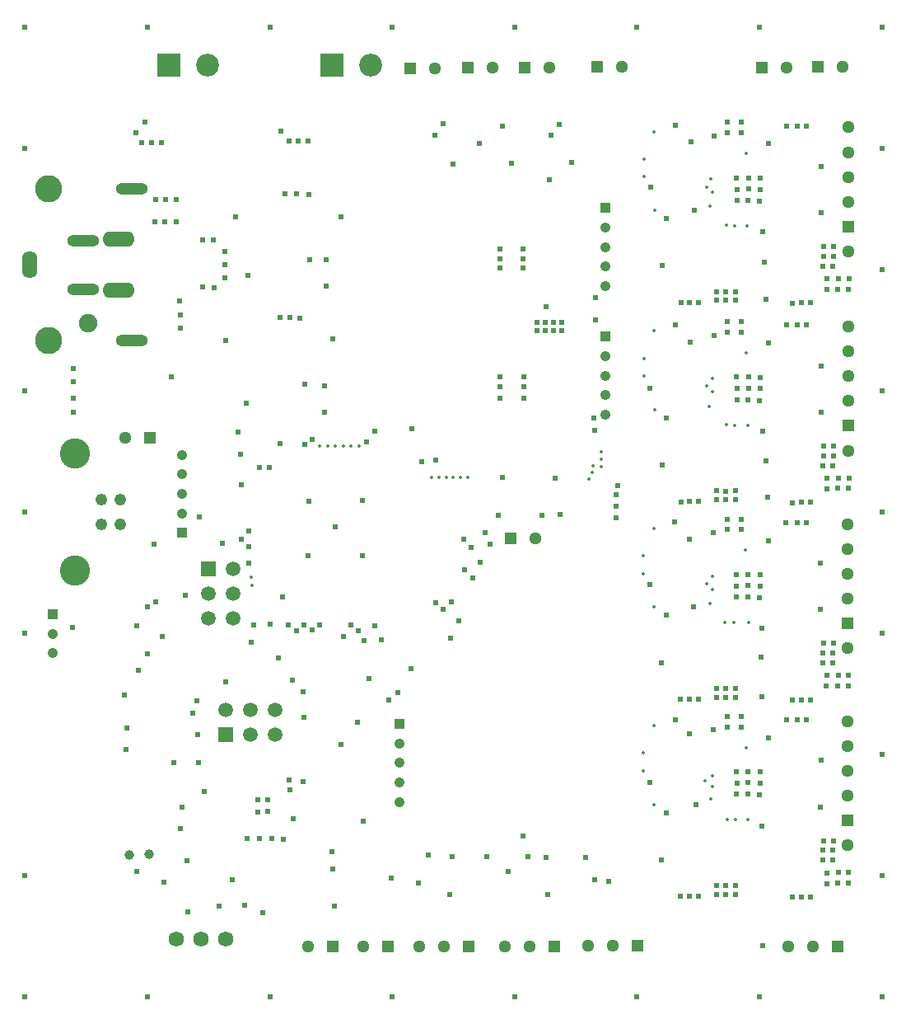
<source format=gbr>
G04 DipTrace 2.4.0.1*
%INBottomPaste.gbr*%
%MOIN*%
%ADD44R,0.0591X0.0591*%
%ADD46C,0.0591*%
%ADD115C,0.014*%
%ADD116C,0.024*%
%ADD156C,0.0392*%
%ADD174C,0.0412*%
%ADD176C,0.0412*%
%ADD178R,0.0412X0.0412*%
%ADD202C,0.0625*%
%ADD204C,0.092*%
%ADD208R,0.092X0.092*%
%ADD210C,0.0511*%
%ADD211C,0.0511*%
%ADD213R,0.0511X0.0511*%
%ADD217C,0.1219*%
%ADD221C,0.0479*%
%ADD224C,0.0747*%
%ADD228C,0.1101*%
%ADD230O,0.1298X0.0629*%
%ADD233O,0.1298X0.0471*%
%ADD237O,0.0629X0.1101*%
%FSLAX44Y44*%
G04*
G70*
G90*
G75*
G01*
%LNBotPaste*%
%LPD*%
D116*
X4493Y10413D3*
X5000Y13610D3*
X7420Y9880D3*
X6330Y25480D3*
X19960Y5480D3*
X23460Y5130D3*
X19960Y5480D3*
X17040Y16340D3*
X24325Y19775D3*
Y20225D3*
X17350Y16080D3*
X18830Y17975D3*
X6020Y5050D3*
X6900Y16650D3*
X9460Y17950D3*
X11700Y11720D3*
X11660Y12750D3*
X4430Y12590D3*
X10830Y16570D3*
X17700Y6080D3*
X18200Y17660D3*
X17980Y15620D3*
X8940Y31950D3*
X17610Y4540D3*
X18550Y17350D3*
X17680Y16380D3*
X8525Y26925D3*
X6700Y7200D3*
X6760Y8060D3*
X5360Y14280D3*
X7371Y12359D3*
X23500Y27770D3*
X16475Y22045D3*
X23490Y28660D3*
X23470Y23310D3*
X17050Y22120D3*
X23450Y23790D3*
X24325Y20700D3*
X24395Y21080D3*
X2370Y25820D3*
Y25280D3*
X4930Y15390D3*
X30170Y33510D3*
Y33050D3*
X30150Y32580D3*
X29690Y33080D3*
Y33520D3*
X29680Y32610D3*
X29220D3*
X29230Y33050D3*
X29210Y33520D3*
D115*
X28810Y31590D3*
X29150Y31580D3*
X29650D3*
X28130Y32380D3*
X28240Y32940D3*
X28000Y33150D3*
X28180Y33460D3*
X29590Y34500D3*
D116*
X30500Y34890D3*
X28290Y35210D3*
X32630Y33980D3*
X32620Y32100D3*
X30260Y31340D3*
X28410Y28560D3*
Y28920D3*
X29180D3*
X28770Y28560D3*
Y28910D3*
X29180Y28560D3*
X29400Y35330D3*
X28850D3*
X29400Y35760D3*
X28850D3*
X32040Y35620D3*
X31670D3*
X31230D3*
X26730Y35630D3*
D115*
X25893Y32195D3*
X25453Y33555D3*
Y34275D3*
X25873Y35385D3*
D116*
X26380Y31870D3*
X9890Y6790D3*
X10940Y32880D3*
X11410Y32870D3*
X11900Y32850D3*
X13210Y31950D3*
X11930Y30190D3*
X12610Y30210D3*
X12600Y29150D3*
X9440Y29580D3*
X7610Y31010D3*
X8030D3*
X7590Y29100D3*
X8060Y29080D3*
X8500Y29480D3*
Y30010D3*
Y30530D3*
X10770Y35410D3*
X11100Y35020D3*
X11470Y35010D3*
X11860Y35020D3*
X5140Y34950D3*
X5540D3*
X5930D3*
X4910Y35340D3*
X12550Y25110D3*
Y24040D3*
X11720Y25160D3*
X9370Y24410D3*
X9400Y6790D3*
X10730Y27860D3*
X11130D3*
X11540Y27850D3*
X12870Y27000D3*
X18810Y34890D3*
X19720Y35600D3*
X17340Y35690D3*
X17010Y35250D3*
X22040Y35670D3*
X21700Y35230D3*
X17750Y34080D3*
X20110Y34110D3*
X33133Y30735D3*
X33123Y30345D3*
X33113Y29945D3*
X32733Y30735D3*
X32723Y30345D3*
X32713Y29945D3*
X32883Y29435D3*
X33753Y29445D3*
X33333D3*
X32863Y29005D3*
X33733Y29015D3*
X33313D3*
X31483Y28445D3*
X32213Y28455D3*
X31843D3*
X26953Y28475D3*
X27683Y28485D3*
X27313D3*
X33133Y22675D3*
X26193Y29955D3*
X33123Y22285D3*
X33113Y21885D3*
X32733Y22675D3*
X32723Y22285D3*
X32713Y21885D3*
X32883Y21375D3*
X33753Y21385D3*
X33333D3*
X30170Y25450D3*
Y24990D3*
X30150Y24520D3*
X29690Y25020D3*
Y25460D3*
X29680Y24550D3*
X29220D3*
X29230Y24990D3*
X29210Y25460D3*
D115*
X28800Y23540D3*
X29140Y23510D3*
X29670Y23500D3*
X28090Y24270D3*
X28220Y24860D3*
X28000Y25090D3*
X28240Y25390D3*
X29590Y26440D3*
D116*
X30500Y26830D3*
X28290Y27150D3*
X32630Y25920D3*
X32620Y24040D3*
X30260Y23280D3*
X28410Y20500D3*
Y20860D3*
X29180D3*
X28770Y20500D3*
Y20850D3*
X29180Y20500D3*
X29400Y27270D3*
X28850D3*
X29400Y27700D3*
X28850D3*
X32040Y27560D3*
X31670D3*
X31230D3*
X26730Y27570D3*
D115*
X25893Y24135D3*
X25453Y25495D3*
Y26215D3*
X25873Y27325D3*
D116*
X26380Y23810D3*
X32863Y20945D3*
X33733Y20955D3*
X33313D3*
X31483Y20385D3*
X32213Y20395D3*
X31843D3*
X26953Y20415D3*
X27683Y20425D3*
X27313D3*
X26193Y21895D3*
X33120Y14695D3*
X33110Y14305D3*
X33100Y13905D3*
X32720Y14695D3*
X32710Y14305D3*
X32700Y13905D3*
X32870Y13395D3*
X33740Y13405D3*
X33320D3*
X30157Y17469D3*
Y17009D3*
X30137Y16539D3*
X29677Y17039D3*
Y17479D3*
X29667Y16569D3*
X29207D3*
X29217Y17009D3*
X29197Y17479D3*
D115*
X28750Y15550D3*
X29100Y15540D3*
X29690Y15550D3*
X28130Y16320D3*
X28220Y16870D3*
X27987Y17109D3*
X28220Y17400D3*
X29577Y18459D3*
D116*
X30487Y18849D3*
X28277Y19169D3*
X32617Y17939D3*
X32607Y16059D3*
X30247Y15299D3*
X28397Y12519D3*
Y12879D3*
X29167D3*
X28757Y12519D3*
Y12869D3*
X29167Y12519D3*
X29387Y19289D3*
X28837D3*
X29387Y19719D3*
X28837D3*
X32027Y19579D3*
X31657D3*
X31217D3*
X26717Y19589D3*
D115*
X25880Y16155D3*
X25440Y17515D3*
Y18235D3*
X25860Y19345D3*
D116*
X26367Y15829D3*
X32850Y12965D3*
X33720Y12975D3*
X33300D3*
X31470Y12405D3*
X32200Y12415D3*
X31830D3*
X26940Y12435D3*
X27670Y12445D3*
X27300D3*
X26180Y13915D3*
X33123Y6715D3*
X33113Y6325D3*
X33103Y5925D3*
X32723Y6715D3*
X32713Y6325D3*
X32703Y5925D3*
X32873Y5415D3*
X33743Y5425D3*
X33323D3*
X30160Y9490D3*
Y9030D3*
X30140Y8560D3*
X29680Y9060D3*
Y9500D3*
X29670Y8590D3*
X29210D3*
X29220Y9030D3*
X29200Y9500D3*
D115*
X28840Y7580D3*
X29160Y7560D3*
X29670Y7580D3*
X28170Y8420D3*
X28225Y8900D3*
X27950Y9125D3*
X28225Y9350D3*
X29590Y10470D3*
D116*
X30490Y10870D3*
X28280Y11190D3*
X32620Y9960D3*
X32610Y8080D3*
X30250Y7320D3*
X28400Y4540D3*
Y4900D3*
X29170D3*
X28760Y4540D3*
Y4890D3*
X29170Y4540D3*
X29390Y11310D3*
X28840D3*
X29390Y11740D3*
X28840D3*
X32030Y11600D3*
X31660D3*
X31220D3*
X26720Y11610D3*
D115*
X25883Y8175D3*
X25443Y9535D3*
Y10255D3*
X25863Y11365D3*
D116*
X26370Y7850D3*
X32853Y4985D3*
X33723Y4995D3*
X33303D3*
X31473Y4425D3*
X32203Y4435D3*
X31833D3*
X26943Y4455D3*
X27673Y4465D3*
X27303D3*
X26183Y5935D3*
X22530Y34130D3*
X19625Y30250D3*
X20575D3*
Y29875D3*
X19625D3*
X20575Y30625D3*
X19625D3*
X21625Y33450D3*
X410Y39590D3*
X19100Y6080D3*
X21500Y6025D3*
X10390Y6790D3*
X10880Y6780D3*
X11275Y7600D3*
X11130Y8780D3*
X11680Y9090D3*
X11100Y9180D3*
X9825Y8375D3*
X4520Y11260D3*
X15510Y12700D3*
X15140Y12410D3*
X14850Y14830D3*
X14560Y15410D3*
X14120Y14820D3*
X13900Y15200D3*
X13600Y15425D3*
X13300Y14970D3*
X11700Y15425D3*
X12350D3*
X12025Y15225D3*
X11230Y13220D3*
X14330Y13260D3*
X8540Y13150D3*
X20600Y25475D3*
Y25075D3*
Y24600D3*
X19625Y25475D3*
Y25075D3*
Y24600D3*
X21500Y28300D3*
X21150Y27675D3*
X21475D3*
X21800D3*
X22125D3*
X21150Y27350D3*
X21475D3*
X21800D3*
X22125D3*
X10310Y21820D3*
X9900D3*
X14575Y23275D3*
X10250Y8375D3*
Y7900D3*
X19050Y19175D3*
X18175Y18900D3*
X18475Y18575D3*
X9850Y7875D3*
X10725Y22775D3*
X11725Y22725D3*
X12025Y22950D3*
X14220Y22830D3*
X16070Y23380D3*
X9025Y23250D3*
X9475Y18600D3*
X9180Y18900D3*
X11390Y15200D3*
X11075Y15425D3*
X5375Y16175D3*
X20775Y6070D3*
X16730Y6130D3*
X15225Y5210D3*
X30260Y2460D3*
X24040Y5080D3*
X21555Y4550D3*
X16340Y5020D3*
X13200Y10590D3*
X12850Y6260D3*
X10030Y3800D3*
X12925Y4060D3*
X19560Y19870D3*
X21350Y19875D3*
X19740Y21390D3*
X9675Y15450D3*
X10325Y15475D3*
X9125Y22325D3*
X21860Y21360D3*
X5700Y16360D3*
X5980Y14970D3*
X5640Y18710D3*
X2325Y15350D3*
X23100Y6050D3*
X6990Y3825D3*
X8255Y4075D3*
X9300Y4100D3*
X7410Y11010D3*
X10675Y14100D3*
X9575Y14750D3*
X9180Y21110D3*
X9475Y19250D3*
X7670Y8700D3*
X6675Y28550D3*
X6700Y27975D3*
Y27425D3*
X6100Y32650D3*
X6075Y31725D3*
X6525D3*
Y32650D3*
X5700D3*
X5675Y31725D3*
X410Y410D3*
X35090Y39590D3*
Y410D3*
X4930Y5460D3*
X6970Y5920D3*
X8790Y5140D3*
X13860Y11520D3*
X12870Y5560D3*
X14110Y7490D3*
X6430Y9880D3*
X12960Y19400D3*
X11910Y20430D3*
X14070Y20460D3*
Y18250D3*
X11870Y18230D3*
X410Y5300D3*
Y15100D3*
Y20000D3*
Y24900D3*
Y34690D3*
X35090D3*
Y29790D3*
Y24900D3*
X5360Y39590D3*
X35090Y20000D3*
Y15100D3*
Y10200D3*
Y5310D3*
X10320Y39590D3*
X15270D3*
X20230D3*
X25180D3*
X30130D3*
X5360Y410D3*
X10320D3*
X15270D3*
X20230D3*
X25180D3*
X30130D3*
X20570Y6890D3*
X7210Y11880D3*
X16040Y13680D3*
X17640Y14920D3*
D115*
X16870Y21400D3*
D116*
X19240Y18710D3*
X22080Y19890D3*
X25700Y9070D3*
X27560Y8180D3*
X27300Y11030D3*
X25710Y17060D3*
X27290Y18900D3*
X30250Y12540D3*
X30210Y14130D3*
X27480Y16180D3*
X30460Y20590D3*
X30390Y22080D3*
X25700Y25020D3*
X27340Y26860D3*
X30350Y30100D3*
X30400Y28600D3*
X25720Y33130D3*
X27360Y34970D3*
X27510Y32210D3*
X5260Y35760D3*
X7460Y19800D3*
X8410Y18730D3*
X2370Y24610D3*
Y24040D3*
D115*
X12350Y22670D3*
X12670Y22680D3*
X12980Y22670D3*
X13290D3*
X13610D3*
X13920Y22660D3*
X9560Y17360D3*
X9600Y17030D3*
X17170Y21400D3*
X17460D3*
X18020D3*
X17740D3*
X18320D3*
X23750Y22450D3*
Y22150D3*
X23740Y21850D3*
X23390Y21880D3*
X23380Y21590D3*
X23220Y21340D3*
D237*
X590Y30000D3*
D233*
X2756Y30984D3*
D230*
X4193Y28976D3*
Y31024D3*
D233*
X2756Y29016D3*
D228*
X1378Y26929D3*
Y33071D3*
D233*
X4724Y26929D3*
Y33071D3*
D224*
X2953Y27638D3*
D221*
X4285Y19508D3*
Y20492D3*
X3498D3*
Y19508D3*
D217*
X2431Y22370D3*
Y17630D3*
D213*
X33720Y31550D3*
D210*
Y32550D3*
Y33550D3*
Y34550D3*
D213*
Y23490D3*
D210*
Y24490D3*
Y25490D3*
Y26490D3*
D213*
X33707Y15509D3*
D210*
Y16509D3*
Y17509D3*
Y18509D3*
D213*
X33710Y7530D3*
D210*
Y8530D3*
Y9530D3*
Y10530D3*
D208*
X6240Y38080D3*
D204*
X7800D3*
D208*
X12850D3*
D204*
X14410D3*
D213*
X16010Y37950D3*
D210*
X17010D3*
D213*
X33290Y2450D3*
D210*
X32290D3*
X31290D3*
D213*
X25200Y2480D3*
D210*
X24200D3*
X23200D3*
D213*
X21830Y2450D3*
D210*
X20830D3*
X19830D3*
D213*
X18370D3*
D210*
X17370D3*
X16370D3*
D213*
X15090Y2440D3*
D210*
X14090D3*
D213*
X12860Y2430D3*
D210*
X11860D3*
D202*
X8550Y2750D3*
X7550D3*
X6550D3*
D213*
X20650Y37970D3*
D210*
X21650D3*
D213*
X18320D3*
D210*
X19320D3*
D213*
X32490Y37990D3*
D210*
X33490D3*
D213*
X30230Y37980D3*
D210*
X31230D3*
D213*
X23560Y37990D3*
D210*
X24560D3*
D178*
X23900Y27090D3*
D174*
Y26303D3*
Y25515D3*
D176*
Y24728D3*
Y23940D3*
D178*
Y32290D3*
D174*
Y31503D3*
Y30715D3*
D176*
Y29928D3*
Y29140D3*
D178*
X1520Y15870D3*
D174*
Y15081D3*
Y14292D3*
D178*
X6775Y19160D3*
D174*
Y19947D3*
Y20735D3*
D176*
Y21522D3*
Y22310D3*
D44*
X7840Y17710D3*
D46*
X8840D3*
X7840Y16710D3*
X8840D3*
X7840Y15710D3*
X8840D3*
D213*
X20075Y18925D3*
D210*
X21075D3*
D44*
X8540Y11010D3*
D46*
Y12010D3*
X9540Y11010D3*
Y12010D3*
X10540Y11010D3*
Y12010D3*
D213*
X5480Y23020D3*
D210*
X4480D3*
D178*
X15580Y11430D3*
D174*
Y10643D3*
Y9855D3*
D176*
Y9068D3*
Y8280D3*
D211*
X33723Y30545D3*
Y35555D3*
Y22485D3*
Y27495D3*
X33710Y14505D3*
Y19515D3*
X33713Y6525D3*
Y11535D3*
D156*
X4630Y6150D3*
X5420Y6160D3*
M02*

</source>
